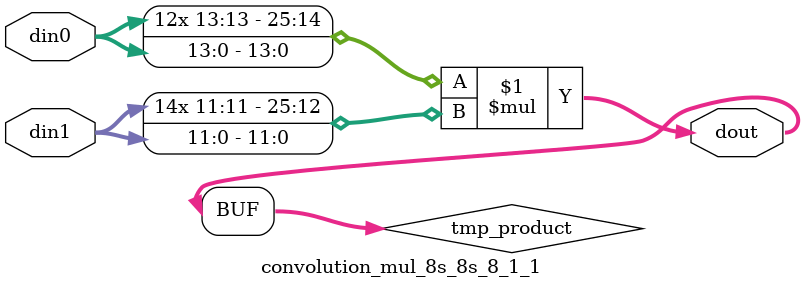
<source format=v>

`timescale 1 ns / 1 ps

  module convolution_mul_8s_8s_8_1_1(din0, din1, dout);
parameter ID = 1;
parameter NUM_STAGE = 0;
parameter din0_WIDTH = 14;
parameter din1_WIDTH = 12;
parameter dout_WIDTH = 26;

input [din0_WIDTH - 1 : 0] din0; 
input [din1_WIDTH - 1 : 0] din1; 
output [dout_WIDTH - 1 : 0] dout;

wire signed [dout_WIDTH - 1 : 0] tmp_product;













assign tmp_product = $signed(din0) * $signed(din1);








assign dout = tmp_product;







endmodule

</source>
